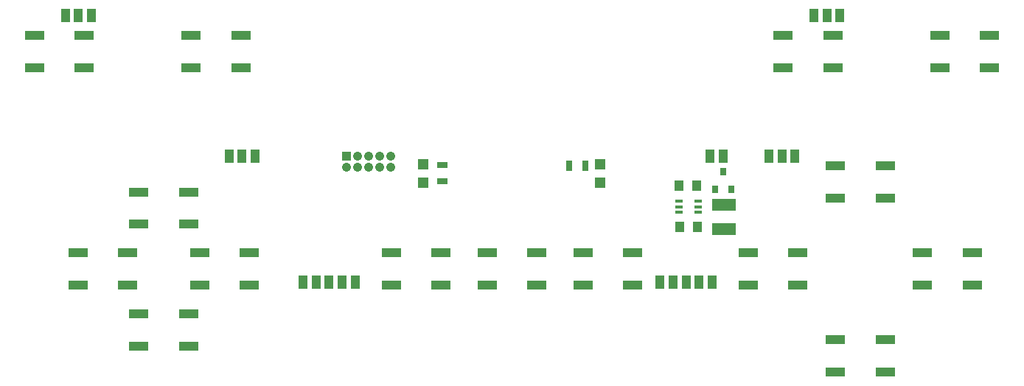
<source format=gbr>
G04 #@! TF.FileFunction,Soldermask,Top*
%FSLAX46Y46*%
G04 Gerber Fmt 4.6, Leading zero omitted, Abs format (unit mm)*
G04 Created by KiCad (PCBNEW (2016-04-11 BZR 6687, Git f239aee)-product) date 4/21/2016 12:06:05 PM*
%MOMM*%
G01*
G04 APERTURE LIST*
%ADD10C,0.020000*%
%ADD11R,1.000000X1.250000*%
%ADD12R,1.198880X1.198880*%
%ADD13R,1.300000X0.700000*%
%ADD14R,0.700000X1.300000*%
%ADD15R,0.800000X0.900000*%
%ADD16R,1.000000X1.500000*%
%ADD17R,1.050000X1.050000*%
%ADD18C,1.050000*%
%ADD19R,2.300000X1.100000*%
%ADD20R,2.700000X1.400000*%
%ADD21R,0.850000X0.350000*%
G04 APERTURE END LIST*
D10*
D11*
X91170000Y-36449000D03*
X89170000Y-36449000D03*
X91290400Y-41149600D03*
X89290400Y-41149600D03*
D12*
X59817000Y-36101020D03*
X59817000Y-34002980D03*
X80137000Y-36101020D03*
X80137000Y-34002980D03*
D13*
X62000000Y-35950000D03*
X62000000Y-34050000D03*
D14*
X76520000Y-34163000D03*
X78420000Y-34163000D03*
D15*
X93284000Y-36814000D03*
X95184000Y-36814000D03*
X94234000Y-34814000D03*
D16*
X92750000Y-33000000D03*
X94250000Y-33000000D03*
X52000000Y-47500000D03*
X49000000Y-47500000D03*
X50500000Y-47500000D03*
X47500000Y-47500000D03*
X46000000Y-47500000D03*
X93000000Y-47500000D03*
X90000000Y-47500000D03*
X91500000Y-47500000D03*
X88500000Y-47500000D03*
X87000000Y-47500000D03*
D17*
X51000000Y-33000000D03*
D18*
X52270000Y-33000000D03*
X53540000Y-33000000D03*
X54810000Y-33000000D03*
X56080000Y-33000000D03*
X52270000Y-34270000D03*
X53540000Y-34270000D03*
X54810000Y-34270000D03*
X56080000Y-34270000D03*
X51000000Y-34270000D03*
D16*
X39000000Y-33000000D03*
X37500000Y-33000000D03*
X40500000Y-33000000D03*
X101000000Y-33000000D03*
X99500000Y-33000000D03*
X102500000Y-33000000D03*
X106172000Y-16859000D03*
X107672000Y-16859000D03*
X104672000Y-16859000D03*
X20193000Y-16859000D03*
X21693000Y-16859000D03*
X18693000Y-16859000D03*
D19*
X39850000Y-44150000D03*
X39850000Y-47850000D03*
X34150000Y-47850000D03*
X34150000Y-44150000D03*
X107150000Y-57850000D03*
X107150000Y-54150000D03*
X112850000Y-54150000D03*
X112850000Y-57850000D03*
X122850000Y-44150000D03*
X122850000Y-47850000D03*
X117150000Y-47850000D03*
X117150000Y-44150000D03*
X102850000Y-44150000D03*
X102850000Y-47850000D03*
X97150000Y-47850000D03*
X97150000Y-44150000D03*
X107150000Y-37850000D03*
X107150000Y-34150000D03*
X112850000Y-34150000D03*
X112850000Y-37850000D03*
X32850000Y-37150000D03*
X32850000Y-40850000D03*
X27150000Y-40850000D03*
X27150000Y-37150000D03*
X27150000Y-54850000D03*
X27150000Y-51150000D03*
X32850000Y-51150000D03*
X32850000Y-54850000D03*
X25850000Y-44150000D03*
X25850000Y-47850000D03*
X20150000Y-47850000D03*
X20150000Y-44150000D03*
X61850000Y-44150000D03*
X61850000Y-47850000D03*
X56150000Y-47850000D03*
X56150000Y-44150000D03*
X83850000Y-44150000D03*
X83850000Y-47850000D03*
X78150000Y-47850000D03*
X78150000Y-44150000D03*
X72850000Y-44150000D03*
X72850000Y-47850000D03*
X67150000Y-47850000D03*
X67150000Y-44150000D03*
X20850000Y-19150000D03*
X20850000Y-22850000D03*
X15150000Y-22850000D03*
X15150000Y-19150000D03*
X38850000Y-19150000D03*
X38850000Y-22850000D03*
X33150000Y-22850000D03*
X33150000Y-19150000D03*
X106850000Y-19150000D03*
X106850000Y-22850000D03*
X101150000Y-22850000D03*
X101150000Y-19150000D03*
X124850000Y-19150000D03*
X124850000Y-22850000D03*
X119150000Y-22850000D03*
X119150000Y-19150000D03*
D20*
X94361000Y-41405000D03*
X94361000Y-38605000D03*
D21*
X91397000Y-38862000D03*
X91397000Y-38212000D03*
X91397000Y-39512000D03*
X89197000Y-39512000D03*
X89197000Y-38212000D03*
X89197000Y-38862000D03*
M02*

</source>
